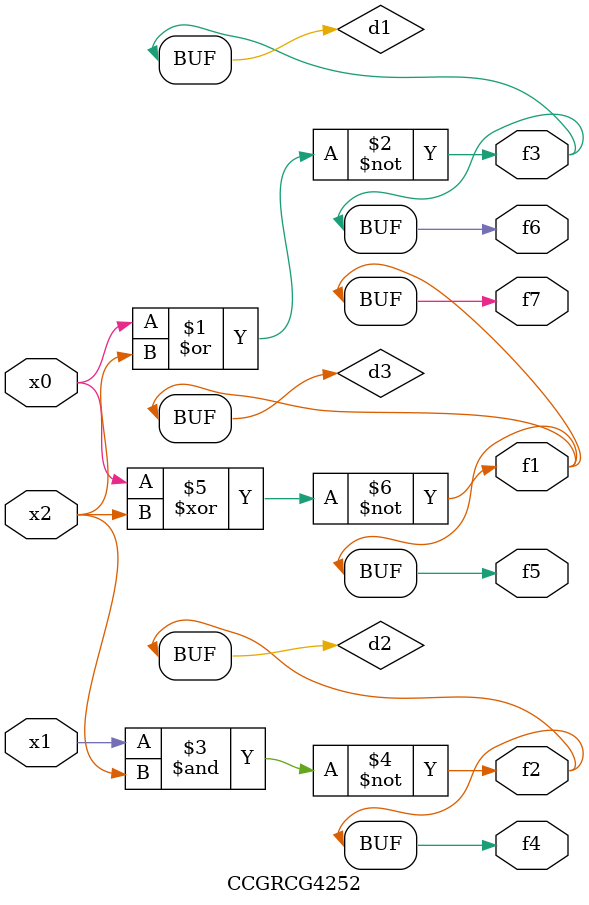
<source format=v>
module CCGRCG4252(
	input x0, x1, x2,
	output f1, f2, f3, f4, f5, f6, f7
);

	wire d1, d2, d3;

	nor (d1, x0, x2);
	nand (d2, x1, x2);
	xnor (d3, x0, x2);
	assign f1 = d3;
	assign f2 = d2;
	assign f3 = d1;
	assign f4 = d2;
	assign f5 = d3;
	assign f6 = d1;
	assign f7 = d3;
endmodule

</source>
